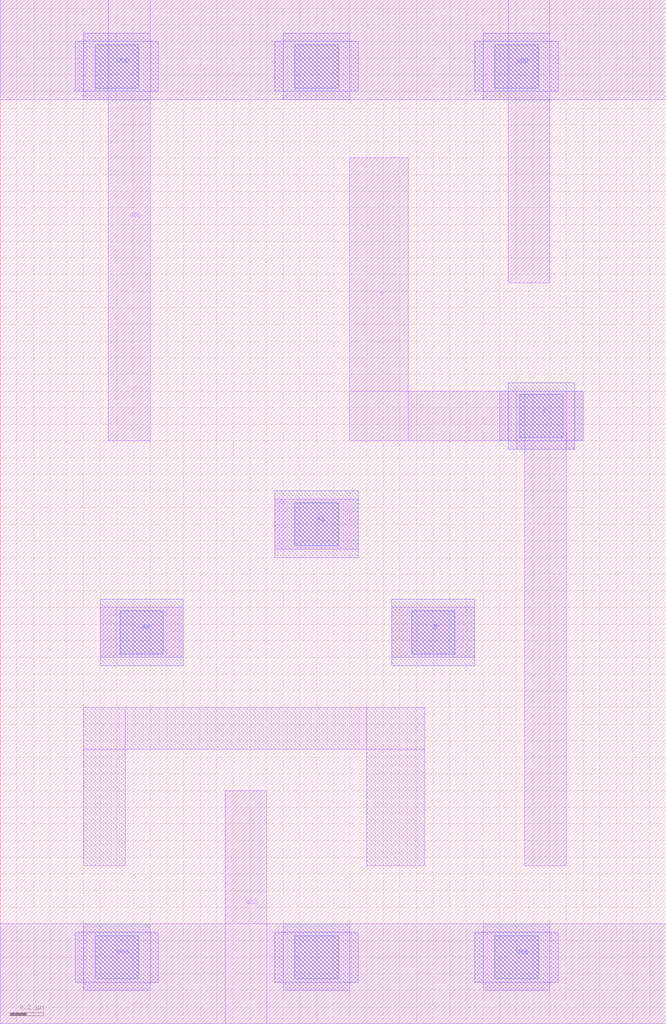
<source format=lef>
# Copyright 2022 Google LLC
# Licensed under the Apache License, Version 2.0 (the "License");
# you may not use this file except in compliance with the License.
# You may obtain a copy of the License at
#
#      http://www.apache.org/licenses/LICENSE-2.0
#
# Unless required by applicable law or agreed to in writing, software
# distributed under the License is distributed on an "AS IS" BASIS,
# WITHOUT WARRANTIES OR CONDITIONS OF ANY KIND, either express or implied.
# See the License for the specific language governing permissions and
# limitations under the License.
VERSION 5.7 ;
BUSBITCHARS "[]" ;
DIVIDERCHAR "/" ;

MACRO gf180mcu_osu_sc_9T_oai21_1
  CLASS CORE ;
  ORIGIN 0 0 ;
  FOREIGN gf180mcu_osu_sc_9T_oai21_1 0 0 ;
  SIZE 4 BY 6.15 ;
  SYMMETRY X Y ;
  SITE GF018hv5v_mcu_sc7 ;
  PIN A0
    DIRECTION INPUT ;
    USE SIGNAL ;
    PORT
      LAYER MET1 ;
        RECT 0.6 2.2 1.1 2.5 ;
      LAYER MET2 ;
        RECT 0.6 2.15 1.1 2.55 ;
      LAYER VIA12 ;
        RECT 0.72 2.22 0.98 2.48 ;
    END
  END A0
  PIN A1
    DIRECTION INPUT ;
    USE SIGNAL ;
    PORT
      LAYER MET1 ;
        RECT 1.65 2.85 2.15 3.15 ;
      LAYER MET2 ;
        RECT 1.65 2.8 2.15 3.2 ;
      LAYER VIA12 ;
        RECT 1.77 2.87 2.03 3.13 ;
    END
  END A1
  PIN B
    DIRECTION INPUT ;
    USE SIGNAL ;
    PORT
      LAYER MET1 ;
        RECT 2.35 2.2 2.85 2.5 ;
      LAYER MET2 ;
        RECT 2.35 2.15 2.85 2.55 ;
      LAYER VIA12 ;
        RECT 2.47 2.22 2.73 2.48 ;
    END
  END B
  PIN VDD
    DIRECTION INOUT ;
    USE POWER ;
    SHAPE ABUTMENT ;
    PORT
      LAYER MET1 ;
        RECT 0 5.55 4 6.15 ;
        RECT 3.05 4.45 3.3 6.15 ;
        RECT 0.65 3.5 0.9 6.15 ;
      LAYER MET2 ;
        RECT 2.85 5.6 3.35 5.9 ;
        RECT 2.9 5.55 3.3 5.95 ;
        RECT 1.65 5.6 2.15 5.9 ;
        RECT 1.7 5.55 2.1 5.95 ;
        RECT 0.45 5.6 0.95 5.9 ;
        RECT 0.5 5.55 0.9 5.95 ;
      LAYER VIA12 ;
        RECT 0.57 5.62 0.83 5.88 ;
        RECT 1.77 5.62 2.03 5.88 ;
        RECT 2.97 5.62 3.23 5.88 ;
    END
  END VDD
  PIN VSS
    DIRECTION INOUT ;
    USE GROUND ;
    PORT
      LAYER MET1 ;
        RECT 0 0 4 0.6 ;
        RECT 1.35 0 1.6 1.4 ;
      LAYER MET2 ;
        RECT 2.85 0.25 3.35 0.55 ;
        RECT 2.9 0.2 3.3 0.6 ;
        RECT 1.65 0.25 2.15 0.55 ;
        RECT 1.7 0.2 2.1 0.6 ;
        RECT 0.45 0.25 0.95 0.55 ;
        RECT 0.5 0.2 0.9 0.6 ;
      LAYER VIA12 ;
        RECT 0.57 0.27 0.83 0.53 ;
        RECT 1.77 0.27 2.03 0.53 ;
        RECT 2.97 0.27 3.23 0.53 ;
    END
  END VSS
  PIN Y
    DIRECTION OUTPUT ;
    USE SIGNAL ;
    PORT
      LAYER MET1 ;
        RECT 2.1 3.5 3.5 3.8 ;
        RECT 3.1 3.45 3.45 3.8 ;
        RECT 3.15 0.95 3.4 3.8 ;
        RECT 2.1 3.5 2.45 5.2 ;
      LAYER MET2 ;
        RECT 3 3.5 3.5 3.8 ;
        RECT 3.05 3.45 3.45 3.85 ;
      LAYER VIA12 ;
        RECT 3.12 3.52 3.38 3.78 ;
    END
  END Y
  OBS
    LAYER MET1 ;
      RECT 0.5 1.65 2.55 1.9 ;
      RECT 2.2 0.95 2.55 1.9 ;
      RECT 0.5 0.95 0.75 1.9 ;
  END
END gf180mcu_osu_sc_9T_oai21_1

</source>
